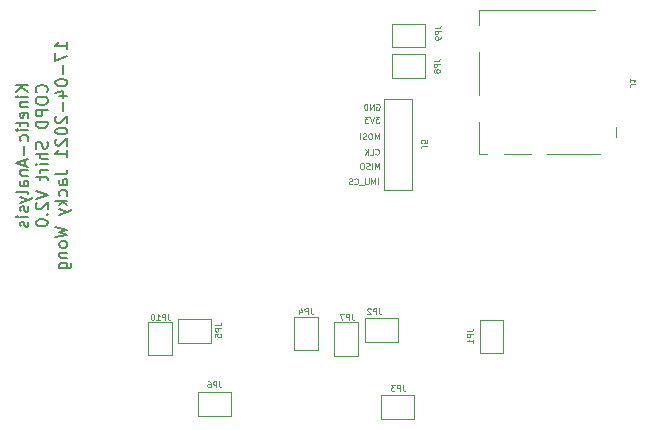
<source format=gbr>
G04 #@! TF.GenerationSoftware,KiCad,Pcbnew,(5.1.5)-2*
G04 #@! TF.CreationDate,2021-04-18T14:05:11+02:00*
G04 #@! TF.ProjectId,Versie2,56657273-6965-4322-9e6b-696361645f70,rev?*
G04 #@! TF.SameCoordinates,Original*
G04 #@! TF.FileFunction,Legend,Bot*
G04 #@! TF.FilePolarity,Positive*
%FSLAX46Y46*%
G04 Gerber Fmt 4.6, Leading zero omitted, Abs format (unit mm)*
G04 Created by KiCad (PCBNEW (5.1.5)-2) date 2021-04-18 14:05:11*
%MOMM*%
%LPD*%
G04 APERTURE LIST*
%ADD10C,0.150000*%
%ADD11C,0.100000*%
%ADD12C,0.120000*%
G04 APERTURE END LIST*
D10*
X61702380Y-65923809D02*
X60702380Y-65923809D01*
X61702380Y-66495238D02*
X61130952Y-66066666D01*
X60702380Y-66495238D02*
X61273809Y-65923809D01*
X61702380Y-66923809D02*
X61035714Y-66923809D01*
X60702380Y-66923809D02*
X60750000Y-66876190D01*
X60797619Y-66923809D01*
X60750000Y-66971428D01*
X60702380Y-66923809D01*
X60797619Y-66923809D01*
X61035714Y-67400000D02*
X61702380Y-67400000D01*
X61130952Y-67400000D02*
X61083333Y-67447619D01*
X61035714Y-67542857D01*
X61035714Y-67685714D01*
X61083333Y-67780952D01*
X61178571Y-67828571D01*
X61702380Y-67828571D01*
X61654761Y-68685714D02*
X61702380Y-68590476D01*
X61702380Y-68400000D01*
X61654761Y-68304761D01*
X61559523Y-68257142D01*
X61178571Y-68257142D01*
X61083333Y-68304761D01*
X61035714Y-68400000D01*
X61035714Y-68590476D01*
X61083333Y-68685714D01*
X61178571Y-68733333D01*
X61273809Y-68733333D01*
X61369047Y-68257142D01*
X61035714Y-69019047D02*
X61035714Y-69400000D01*
X60702380Y-69161904D02*
X61559523Y-69161904D01*
X61654761Y-69209523D01*
X61702380Y-69304761D01*
X61702380Y-69400000D01*
X61702380Y-69733333D02*
X61035714Y-69733333D01*
X60702380Y-69733333D02*
X60750000Y-69685714D01*
X60797619Y-69733333D01*
X60750000Y-69780952D01*
X60702380Y-69733333D01*
X60797619Y-69733333D01*
X61654761Y-70638095D02*
X61702380Y-70542857D01*
X61702380Y-70352380D01*
X61654761Y-70257142D01*
X61607142Y-70209523D01*
X61511904Y-70161904D01*
X61226190Y-70161904D01*
X61130952Y-70209523D01*
X61083333Y-70257142D01*
X61035714Y-70352380D01*
X61035714Y-70542857D01*
X61083333Y-70638095D01*
X61321428Y-71066666D02*
X61321428Y-71828571D01*
X61416666Y-72257142D02*
X61416666Y-72733333D01*
X61702380Y-72161904D02*
X60702380Y-72495238D01*
X61702380Y-72828571D01*
X61035714Y-73161904D02*
X61702380Y-73161904D01*
X61130952Y-73161904D02*
X61083333Y-73209523D01*
X61035714Y-73304761D01*
X61035714Y-73447619D01*
X61083333Y-73542857D01*
X61178571Y-73590476D01*
X61702380Y-73590476D01*
X61702380Y-74495238D02*
X61178571Y-74495238D01*
X61083333Y-74447619D01*
X61035714Y-74352380D01*
X61035714Y-74161904D01*
X61083333Y-74066666D01*
X61654761Y-74495238D02*
X61702380Y-74400000D01*
X61702380Y-74161904D01*
X61654761Y-74066666D01*
X61559523Y-74019047D01*
X61464285Y-74019047D01*
X61369047Y-74066666D01*
X61321428Y-74161904D01*
X61321428Y-74400000D01*
X61273809Y-74495238D01*
X61702380Y-75114285D02*
X61654761Y-75019047D01*
X61559523Y-74971428D01*
X60702380Y-74971428D01*
X61035714Y-75400000D02*
X61702380Y-75638095D01*
X61035714Y-75876190D02*
X61702380Y-75638095D01*
X61940476Y-75542857D01*
X61988095Y-75495238D01*
X62035714Y-75400000D01*
X61654761Y-76209523D02*
X61702380Y-76304761D01*
X61702380Y-76495238D01*
X61654761Y-76590476D01*
X61559523Y-76638095D01*
X61511904Y-76638095D01*
X61416666Y-76590476D01*
X61369047Y-76495238D01*
X61369047Y-76352380D01*
X61321428Y-76257142D01*
X61226190Y-76209523D01*
X61178571Y-76209523D01*
X61083333Y-76257142D01*
X61035714Y-76352380D01*
X61035714Y-76495238D01*
X61083333Y-76590476D01*
X61702380Y-77066666D02*
X61035714Y-77066666D01*
X60702380Y-77066666D02*
X60750000Y-77019047D01*
X60797619Y-77066666D01*
X60750000Y-77114285D01*
X60702380Y-77066666D01*
X60797619Y-77066666D01*
X61654761Y-77495238D02*
X61702380Y-77590476D01*
X61702380Y-77780952D01*
X61654761Y-77876190D01*
X61559523Y-77923809D01*
X61511904Y-77923809D01*
X61416666Y-77876190D01*
X61369047Y-77780952D01*
X61369047Y-77638095D01*
X61321428Y-77542857D01*
X61226190Y-77495238D01*
X61178571Y-77495238D01*
X61083333Y-77542857D01*
X61035714Y-77638095D01*
X61035714Y-77780952D01*
X61083333Y-77876190D01*
X63257142Y-66542857D02*
X63304761Y-66495238D01*
X63352380Y-66352380D01*
X63352380Y-66257142D01*
X63304761Y-66114285D01*
X63209523Y-66019047D01*
X63114285Y-65971428D01*
X62923809Y-65923809D01*
X62780952Y-65923809D01*
X62590476Y-65971428D01*
X62495238Y-66019047D01*
X62400000Y-66114285D01*
X62352380Y-66257142D01*
X62352380Y-66352380D01*
X62400000Y-66495238D01*
X62447619Y-66542857D01*
X62352380Y-67161904D02*
X62352380Y-67352380D01*
X62400000Y-67447619D01*
X62495238Y-67542857D01*
X62685714Y-67590476D01*
X63019047Y-67590476D01*
X63209523Y-67542857D01*
X63304761Y-67447619D01*
X63352380Y-67352380D01*
X63352380Y-67161904D01*
X63304761Y-67066666D01*
X63209523Y-66971428D01*
X63019047Y-66923809D01*
X62685714Y-66923809D01*
X62495238Y-66971428D01*
X62400000Y-67066666D01*
X62352380Y-67161904D01*
X63352380Y-68019047D02*
X62352380Y-68019047D01*
X62352380Y-68400000D01*
X62400000Y-68495238D01*
X62447619Y-68542857D01*
X62542857Y-68590476D01*
X62685714Y-68590476D01*
X62780952Y-68542857D01*
X62828571Y-68495238D01*
X62876190Y-68400000D01*
X62876190Y-68019047D01*
X63352380Y-69019047D02*
X62352380Y-69019047D01*
X62352380Y-69257142D01*
X62400000Y-69400000D01*
X62495238Y-69495238D01*
X62590476Y-69542857D01*
X62780952Y-69590476D01*
X62923809Y-69590476D01*
X63114285Y-69542857D01*
X63209523Y-69495238D01*
X63304761Y-69400000D01*
X63352380Y-69257142D01*
X63352380Y-69019047D01*
X63304761Y-70733333D02*
X63352380Y-70876190D01*
X63352380Y-71114285D01*
X63304761Y-71209523D01*
X63257142Y-71257142D01*
X63161904Y-71304761D01*
X63066666Y-71304761D01*
X62971428Y-71257142D01*
X62923809Y-71209523D01*
X62876190Y-71114285D01*
X62828571Y-70923809D01*
X62780952Y-70828571D01*
X62733333Y-70780952D01*
X62638095Y-70733333D01*
X62542857Y-70733333D01*
X62447619Y-70780952D01*
X62400000Y-70828571D01*
X62352380Y-70923809D01*
X62352380Y-71161904D01*
X62400000Y-71304761D01*
X63352380Y-71733333D02*
X62352380Y-71733333D01*
X63352380Y-72161904D02*
X62828571Y-72161904D01*
X62733333Y-72114285D01*
X62685714Y-72019047D01*
X62685714Y-71876190D01*
X62733333Y-71780952D01*
X62780952Y-71733333D01*
X63352380Y-72638095D02*
X62685714Y-72638095D01*
X62352380Y-72638095D02*
X62400000Y-72590476D01*
X62447619Y-72638095D01*
X62400000Y-72685714D01*
X62352380Y-72638095D01*
X62447619Y-72638095D01*
X63352380Y-73114285D02*
X62685714Y-73114285D01*
X62876190Y-73114285D02*
X62780952Y-73161904D01*
X62733333Y-73209523D01*
X62685714Y-73304761D01*
X62685714Y-73400000D01*
X62685714Y-73590476D02*
X62685714Y-73971428D01*
X62352380Y-73733333D02*
X63209523Y-73733333D01*
X63304761Y-73780952D01*
X63352380Y-73876190D01*
X63352380Y-73971428D01*
X62352380Y-74923809D02*
X63352380Y-75257142D01*
X62352380Y-75590476D01*
X62447619Y-75876190D02*
X62400000Y-75923809D01*
X62352380Y-76019047D01*
X62352380Y-76257142D01*
X62400000Y-76352380D01*
X62447619Y-76400000D01*
X62542857Y-76447619D01*
X62638095Y-76447619D01*
X62780952Y-76400000D01*
X63352380Y-75828571D01*
X63352380Y-76447619D01*
X63257142Y-76876190D02*
X63304761Y-76923809D01*
X63352380Y-76876190D01*
X63304761Y-76828571D01*
X63257142Y-76876190D01*
X63352380Y-76876190D01*
X62352380Y-77542857D02*
X62352380Y-77638095D01*
X62400000Y-77733333D01*
X62447619Y-77780952D01*
X62542857Y-77828571D01*
X62733333Y-77876190D01*
X62971428Y-77876190D01*
X63161904Y-77828571D01*
X63257142Y-77780952D01*
X63304761Y-77733333D01*
X63352380Y-77638095D01*
X63352380Y-77542857D01*
X63304761Y-77447619D01*
X63257142Y-77400000D01*
X63161904Y-77352380D01*
X62971428Y-77304761D01*
X62733333Y-77304761D01*
X62542857Y-77352380D01*
X62447619Y-77400000D01*
X62400000Y-77447619D01*
X62352380Y-77542857D01*
X65002380Y-62876190D02*
X65002380Y-62304761D01*
X65002380Y-62590476D02*
X64002380Y-62590476D01*
X64145238Y-62495238D01*
X64240476Y-62400000D01*
X64288095Y-62304761D01*
X64002380Y-63209523D02*
X64002380Y-63876190D01*
X65002380Y-63447619D01*
X64621428Y-64257142D02*
X64621428Y-65019047D01*
X64002380Y-65685714D02*
X64002380Y-65780952D01*
X64050000Y-65876190D01*
X64097619Y-65923809D01*
X64192857Y-65971428D01*
X64383333Y-66019047D01*
X64621428Y-66019047D01*
X64811904Y-65971428D01*
X64907142Y-65923809D01*
X64954761Y-65876190D01*
X65002380Y-65780952D01*
X65002380Y-65685714D01*
X64954761Y-65590476D01*
X64907142Y-65542857D01*
X64811904Y-65495238D01*
X64621428Y-65447619D01*
X64383333Y-65447619D01*
X64192857Y-65495238D01*
X64097619Y-65542857D01*
X64050000Y-65590476D01*
X64002380Y-65685714D01*
X64335714Y-66876190D02*
X65002380Y-66876190D01*
X63954761Y-66638095D02*
X64669047Y-66400000D01*
X64669047Y-67019047D01*
X64621428Y-67400000D02*
X64621428Y-68161904D01*
X64097619Y-68590476D02*
X64050000Y-68638095D01*
X64002380Y-68733333D01*
X64002380Y-68971428D01*
X64050000Y-69066666D01*
X64097619Y-69114285D01*
X64192857Y-69161904D01*
X64288095Y-69161904D01*
X64430952Y-69114285D01*
X65002380Y-68542857D01*
X65002380Y-69161904D01*
X64002380Y-69780952D02*
X64002380Y-69876190D01*
X64050000Y-69971428D01*
X64097619Y-70019047D01*
X64192857Y-70066666D01*
X64383333Y-70114285D01*
X64621428Y-70114285D01*
X64811904Y-70066666D01*
X64907142Y-70019047D01*
X64954761Y-69971428D01*
X65002380Y-69876190D01*
X65002380Y-69780952D01*
X64954761Y-69685714D01*
X64907142Y-69638095D01*
X64811904Y-69590476D01*
X64621428Y-69542857D01*
X64383333Y-69542857D01*
X64192857Y-69590476D01*
X64097619Y-69638095D01*
X64050000Y-69685714D01*
X64002380Y-69780952D01*
X64097619Y-70495238D02*
X64050000Y-70542857D01*
X64002380Y-70638095D01*
X64002380Y-70876190D01*
X64050000Y-70971428D01*
X64097619Y-71019047D01*
X64192857Y-71066666D01*
X64288095Y-71066666D01*
X64430952Y-71019047D01*
X65002380Y-70447619D01*
X65002380Y-71066666D01*
X65002380Y-72019047D02*
X65002380Y-71447619D01*
X65002380Y-71733333D02*
X64002380Y-71733333D01*
X64145238Y-71638095D01*
X64240476Y-71542857D01*
X64288095Y-71447619D01*
X64002380Y-73495238D02*
X64716666Y-73495238D01*
X64859523Y-73447619D01*
X64954761Y-73352380D01*
X65002380Y-73209523D01*
X65002380Y-73114285D01*
X65002380Y-74400000D02*
X64478571Y-74400000D01*
X64383333Y-74352380D01*
X64335714Y-74257142D01*
X64335714Y-74066666D01*
X64383333Y-73971428D01*
X64954761Y-74400000D02*
X65002380Y-74304761D01*
X65002380Y-74066666D01*
X64954761Y-73971428D01*
X64859523Y-73923809D01*
X64764285Y-73923809D01*
X64669047Y-73971428D01*
X64621428Y-74066666D01*
X64621428Y-74304761D01*
X64573809Y-74400000D01*
X64954761Y-75304761D02*
X65002380Y-75209523D01*
X65002380Y-75019047D01*
X64954761Y-74923809D01*
X64907142Y-74876190D01*
X64811904Y-74828571D01*
X64526190Y-74828571D01*
X64430952Y-74876190D01*
X64383333Y-74923809D01*
X64335714Y-75019047D01*
X64335714Y-75209523D01*
X64383333Y-75304761D01*
X65002380Y-75733333D02*
X64002380Y-75733333D01*
X64621428Y-75828571D02*
X65002380Y-76114285D01*
X64335714Y-76114285D02*
X64716666Y-75733333D01*
X64335714Y-76447619D02*
X65002380Y-76685714D01*
X64335714Y-76923809D02*
X65002380Y-76685714D01*
X65240476Y-76590476D01*
X65288095Y-76542857D01*
X65335714Y-76447619D01*
X64002380Y-77971428D02*
X65002380Y-78209523D01*
X64288095Y-78400000D01*
X65002380Y-78590476D01*
X64002380Y-78828571D01*
X65002380Y-79352380D02*
X64954761Y-79257142D01*
X64907142Y-79209523D01*
X64811904Y-79161904D01*
X64526190Y-79161904D01*
X64430952Y-79209523D01*
X64383333Y-79257142D01*
X64335714Y-79352380D01*
X64335714Y-79495238D01*
X64383333Y-79590476D01*
X64430952Y-79638095D01*
X64526190Y-79685714D01*
X64811904Y-79685714D01*
X64907142Y-79638095D01*
X64954761Y-79590476D01*
X65002380Y-79495238D01*
X65002380Y-79352380D01*
X64335714Y-80114285D02*
X65002380Y-80114285D01*
X64430952Y-80114285D02*
X64383333Y-80161904D01*
X64335714Y-80257142D01*
X64335714Y-80400000D01*
X64383333Y-80495238D01*
X64478571Y-80542857D01*
X65002380Y-80542857D01*
X64335714Y-81447619D02*
X65145238Y-81447619D01*
X65240476Y-81400000D01*
X65288095Y-81352380D01*
X65335714Y-81257142D01*
X65335714Y-81114285D01*
X65288095Y-81019047D01*
X64954761Y-81447619D02*
X65002380Y-81352380D01*
X65002380Y-81161904D01*
X64954761Y-81066666D01*
X64907142Y-81019047D01*
X64811904Y-80971428D01*
X64526190Y-80971428D01*
X64430952Y-81019047D01*
X64383333Y-81066666D01*
X64335714Y-81161904D01*
X64335714Y-81352380D01*
X64383333Y-81447619D01*
D11*
X91326190Y-74326190D02*
X91326190Y-73826190D01*
X91088095Y-74326190D02*
X91088095Y-73826190D01*
X90921428Y-74183333D01*
X90754761Y-73826190D01*
X90754761Y-74326190D01*
X90516666Y-73826190D02*
X90516666Y-74230952D01*
X90492857Y-74278571D01*
X90469047Y-74302380D01*
X90421428Y-74326190D01*
X90326190Y-74326190D01*
X90278571Y-74302380D01*
X90254761Y-74278571D01*
X90230952Y-74230952D01*
X90230952Y-73826190D01*
X90111904Y-74373809D02*
X89730952Y-74373809D01*
X89326190Y-74278571D02*
X89350000Y-74302380D01*
X89421428Y-74326190D01*
X89469047Y-74326190D01*
X89540476Y-74302380D01*
X89588095Y-74254761D01*
X89611904Y-74207142D01*
X89635714Y-74111904D01*
X89635714Y-74040476D01*
X89611904Y-73945238D01*
X89588095Y-73897619D01*
X89540476Y-73850000D01*
X89469047Y-73826190D01*
X89421428Y-73826190D01*
X89350000Y-73850000D01*
X89326190Y-73873809D01*
X89135714Y-74302380D02*
X89064285Y-74326190D01*
X88945238Y-74326190D01*
X88897619Y-74302380D01*
X88873809Y-74278571D01*
X88850000Y-74230952D01*
X88850000Y-74183333D01*
X88873809Y-74135714D01*
X88897619Y-74111904D01*
X88945238Y-74088095D01*
X89040476Y-74064285D01*
X89088095Y-74040476D01*
X89111904Y-74016666D01*
X89135714Y-73969047D01*
X89135714Y-73921428D01*
X89111904Y-73873809D01*
X89088095Y-73850000D01*
X89040476Y-73826190D01*
X88921428Y-73826190D01*
X88850000Y-73850000D01*
X91385714Y-73026190D02*
X91385714Y-72526190D01*
X91219047Y-72883333D01*
X91052380Y-72526190D01*
X91052380Y-73026190D01*
X90814285Y-73026190D02*
X90814285Y-72526190D01*
X90600000Y-73002380D02*
X90528571Y-73026190D01*
X90409523Y-73026190D01*
X90361904Y-73002380D01*
X90338095Y-72978571D01*
X90314285Y-72930952D01*
X90314285Y-72883333D01*
X90338095Y-72835714D01*
X90361904Y-72811904D01*
X90409523Y-72788095D01*
X90504761Y-72764285D01*
X90552380Y-72740476D01*
X90576190Y-72716666D01*
X90600000Y-72669047D01*
X90600000Y-72621428D01*
X90576190Y-72573809D01*
X90552380Y-72550000D01*
X90504761Y-72526190D01*
X90385714Y-72526190D01*
X90314285Y-72550000D01*
X90004761Y-72526190D02*
X89909523Y-72526190D01*
X89861904Y-72550000D01*
X89814285Y-72597619D01*
X89790476Y-72692857D01*
X89790476Y-72859523D01*
X89814285Y-72954761D01*
X89861904Y-73002380D01*
X89909523Y-73026190D01*
X90004761Y-73026190D01*
X90052380Y-73002380D01*
X90100000Y-72954761D01*
X90123809Y-72859523D01*
X90123809Y-72692857D01*
X90100000Y-72597619D01*
X90052380Y-72550000D01*
X90004761Y-72526190D01*
X91097619Y-71778571D02*
X91121428Y-71802380D01*
X91192857Y-71826190D01*
X91240476Y-71826190D01*
X91311904Y-71802380D01*
X91359523Y-71754761D01*
X91383333Y-71707142D01*
X91407142Y-71611904D01*
X91407142Y-71540476D01*
X91383333Y-71445238D01*
X91359523Y-71397619D01*
X91311904Y-71350000D01*
X91240476Y-71326190D01*
X91192857Y-71326190D01*
X91121428Y-71350000D01*
X91097619Y-71373809D01*
X90645238Y-71826190D02*
X90883333Y-71826190D01*
X90883333Y-71326190D01*
X90478571Y-71826190D02*
X90478571Y-71326190D01*
X90192857Y-71826190D02*
X90407142Y-71540476D01*
X90192857Y-71326190D02*
X90478571Y-71611904D01*
X91385714Y-70526190D02*
X91385714Y-70026190D01*
X91219047Y-70383333D01*
X91052380Y-70026190D01*
X91052380Y-70526190D01*
X90719047Y-70026190D02*
X90623809Y-70026190D01*
X90576190Y-70050000D01*
X90528571Y-70097619D01*
X90504761Y-70192857D01*
X90504761Y-70359523D01*
X90528571Y-70454761D01*
X90576190Y-70502380D01*
X90623809Y-70526190D01*
X90719047Y-70526190D01*
X90766666Y-70502380D01*
X90814285Y-70454761D01*
X90838095Y-70359523D01*
X90838095Y-70192857D01*
X90814285Y-70097619D01*
X90766666Y-70050000D01*
X90719047Y-70026190D01*
X90314285Y-70502380D02*
X90242857Y-70526190D01*
X90123809Y-70526190D01*
X90076190Y-70502380D01*
X90052380Y-70478571D01*
X90028571Y-70430952D01*
X90028571Y-70383333D01*
X90052380Y-70335714D01*
X90076190Y-70311904D01*
X90123809Y-70288095D01*
X90219047Y-70264285D01*
X90266666Y-70240476D01*
X90290476Y-70216666D01*
X90314285Y-70169047D01*
X90314285Y-70121428D01*
X90290476Y-70073809D01*
X90266666Y-70050000D01*
X90219047Y-70026190D01*
X90100000Y-70026190D01*
X90028571Y-70050000D01*
X89814285Y-70526190D02*
X89814285Y-70026190D01*
X91419047Y-68626190D02*
X91109523Y-68626190D01*
X91276190Y-68816666D01*
X91204761Y-68816666D01*
X91157142Y-68840476D01*
X91133333Y-68864285D01*
X91109523Y-68911904D01*
X91109523Y-69030952D01*
X91133333Y-69078571D01*
X91157142Y-69102380D01*
X91204761Y-69126190D01*
X91347619Y-69126190D01*
X91395238Y-69102380D01*
X91419047Y-69078571D01*
X90966666Y-68626190D02*
X90800000Y-69126190D01*
X90633333Y-68626190D01*
X90514285Y-68626190D02*
X90204761Y-68626190D01*
X90371428Y-68816666D01*
X90300000Y-68816666D01*
X90252380Y-68840476D01*
X90228571Y-68864285D01*
X90204761Y-68911904D01*
X90204761Y-69030952D01*
X90228571Y-69078571D01*
X90252380Y-69102380D01*
X90300000Y-69126190D01*
X90442857Y-69126190D01*
X90490476Y-69102380D01*
X90514285Y-69078571D01*
X91180952Y-67550000D02*
X91228571Y-67526190D01*
X91300000Y-67526190D01*
X91371428Y-67550000D01*
X91419047Y-67597619D01*
X91442857Y-67645238D01*
X91466666Y-67740476D01*
X91466666Y-67811904D01*
X91442857Y-67907142D01*
X91419047Y-67954761D01*
X91371428Y-68002380D01*
X91300000Y-68026190D01*
X91252380Y-68026190D01*
X91180952Y-68002380D01*
X91157142Y-67978571D01*
X91157142Y-67811904D01*
X91252380Y-67811904D01*
X90942857Y-68026190D02*
X90942857Y-67526190D01*
X90657142Y-68026190D01*
X90657142Y-67526190D01*
X90419047Y-68026190D02*
X90419047Y-67526190D01*
X90300000Y-67526190D01*
X90228571Y-67550000D01*
X90180952Y-67597619D01*
X90157142Y-67645238D01*
X90133333Y-67740476D01*
X90133333Y-67811904D01*
X90157142Y-67907142D01*
X90180952Y-67954761D01*
X90228571Y-68002380D01*
X90300000Y-68026190D01*
X90419047Y-68026190D01*
D12*
X110114000Y-71779800D02*
X105664000Y-71779800D01*
X104264000Y-71779800D02*
X101964000Y-71779800D01*
X100564000Y-71779800D02*
X99844000Y-71779800D01*
X99844000Y-71779800D02*
X99844000Y-69099800D01*
X99844000Y-66799800D02*
X99844000Y-63129800D01*
X99844000Y-60829800D02*
X99844000Y-59599800D01*
X99844000Y-59599800D02*
X109664000Y-59599800D01*
X111484000Y-70299800D02*
X111484000Y-69439800D01*
X92491100Y-65325500D02*
X95291100Y-65325500D01*
X95291100Y-65325500D02*
X95291100Y-63325500D01*
X95291100Y-63325500D02*
X92491100Y-63325500D01*
X92491100Y-63325500D02*
X92491100Y-65325500D01*
X92488800Y-62747400D02*
X95288800Y-62747400D01*
X95288800Y-62747400D02*
X95288800Y-60747400D01*
X95288800Y-60747400D02*
X92488800Y-60747400D01*
X92488800Y-60747400D02*
X92488800Y-62747400D01*
X91827500Y-74791400D02*
X94227500Y-74791400D01*
X94227500Y-74791400D02*
X94227500Y-67091400D01*
X94227500Y-67091400D02*
X91827500Y-67091400D01*
X91827500Y-67091400D02*
X91827500Y-74791400D01*
X99941100Y-85789400D02*
X99941100Y-88589400D01*
X99941100Y-88589400D02*
X101941100Y-88589400D01*
X101941100Y-88589400D02*
X101941100Y-85789400D01*
X101941100Y-85789400D02*
X99941100Y-85789400D01*
X93006600Y-85679100D02*
X90206600Y-85679100D01*
X90206600Y-85679100D02*
X90206600Y-87679100D01*
X90206600Y-87679100D02*
X93006600Y-87679100D01*
X93006600Y-87679100D02*
X93006600Y-85679100D01*
X94363200Y-94206900D02*
X94363200Y-92206900D01*
X91563200Y-94206900D02*
X94363200Y-94206900D01*
X91563200Y-92206900D02*
X91563200Y-94206900D01*
X94363200Y-92206900D02*
X91563200Y-92206900D01*
X86231200Y-85594300D02*
X84231200Y-85594300D01*
X86231200Y-88394300D02*
X86231200Y-85594300D01*
X84231200Y-88394300D02*
X86231200Y-88394300D01*
X84231200Y-85594300D02*
X84231200Y-88394300D01*
X77207800Y-85755300D02*
X74407800Y-85755300D01*
X74407800Y-85755300D02*
X74407800Y-87755300D01*
X74407800Y-87755300D02*
X77207800Y-87755300D01*
X77207800Y-87755300D02*
X77207800Y-85755300D01*
X78858800Y-91927500D02*
X76058800Y-91927500D01*
X76058800Y-91927500D02*
X76058800Y-93927500D01*
X76058800Y-93927500D02*
X78858800Y-93927500D01*
X78858800Y-93927500D02*
X78858800Y-91927500D01*
X87609400Y-88830700D02*
X89609400Y-88830700D01*
X87609400Y-86030700D02*
X87609400Y-88830700D01*
X89609400Y-86030700D02*
X87609400Y-86030700D01*
X89609400Y-88830700D02*
X89609400Y-86030700D01*
X71861400Y-88800700D02*
X73861400Y-88800700D01*
X71861400Y-86000700D02*
X71861400Y-88800700D01*
X73861400Y-86000700D02*
X71861400Y-86000700D01*
X73861400Y-88800700D02*
X73861400Y-86000700D01*
D11*
X113117809Y-65876466D02*
X112760666Y-65876466D01*
X112689238Y-65900276D01*
X112641619Y-65947895D01*
X112617809Y-66019323D01*
X112617809Y-66066942D01*
X112617809Y-65376466D02*
X112617809Y-65662180D01*
X112617809Y-65519323D02*
X113117809Y-65519323D01*
X113046380Y-65566942D01*
X112998761Y-65614561D01*
X112974952Y-65662180D01*
X96026190Y-63883333D02*
X96383333Y-63883333D01*
X96454761Y-63859523D01*
X96502380Y-63811904D01*
X96526190Y-63740476D01*
X96526190Y-63692857D01*
X96526190Y-64121428D02*
X96026190Y-64121428D01*
X96026190Y-64311904D01*
X96050000Y-64359523D01*
X96073809Y-64383333D01*
X96121428Y-64407142D01*
X96192857Y-64407142D01*
X96240476Y-64383333D01*
X96264285Y-64359523D01*
X96288095Y-64311904D01*
X96288095Y-64121428D01*
X96240476Y-64692857D02*
X96216666Y-64645238D01*
X96192857Y-64621428D01*
X96145238Y-64597619D01*
X96121428Y-64597619D01*
X96073809Y-64621428D01*
X96050000Y-64645238D01*
X96026190Y-64692857D01*
X96026190Y-64788095D01*
X96050000Y-64835714D01*
X96073809Y-64859523D01*
X96121428Y-64883333D01*
X96145238Y-64883333D01*
X96192857Y-64859523D01*
X96216666Y-64835714D01*
X96240476Y-64788095D01*
X96240476Y-64692857D01*
X96264285Y-64645238D01*
X96288095Y-64621428D01*
X96335714Y-64597619D01*
X96430952Y-64597619D01*
X96478571Y-64621428D01*
X96502380Y-64645238D01*
X96526190Y-64692857D01*
X96526190Y-64788095D01*
X96502380Y-64835714D01*
X96478571Y-64859523D01*
X96430952Y-64883333D01*
X96335714Y-64883333D01*
X96288095Y-64859523D01*
X96264285Y-64835714D01*
X96240476Y-64788095D01*
X96126190Y-61083333D02*
X96483333Y-61083333D01*
X96554761Y-61059523D01*
X96602380Y-61011904D01*
X96626190Y-60940476D01*
X96626190Y-60892857D01*
X96626190Y-61321428D02*
X96126190Y-61321428D01*
X96126190Y-61511904D01*
X96150000Y-61559523D01*
X96173809Y-61583333D01*
X96221428Y-61607142D01*
X96292857Y-61607142D01*
X96340476Y-61583333D01*
X96364285Y-61559523D01*
X96388095Y-61511904D01*
X96388095Y-61321428D01*
X96626190Y-61845238D02*
X96626190Y-61940476D01*
X96602380Y-61988095D01*
X96578571Y-62011904D01*
X96507142Y-62059523D01*
X96411904Y-62083333D01*
X96221428Y-62083333D01*
X96173809Y-62059523D01*
X96150000Y-62035714D01*
X96126190Y-61988095D01*
X96126190Y-61892857D01*
X96150000Y-61845238D01*
X96173809Y-61821428D01*
X96221428Y-61797619D01*
X96340476Y-61797619D01*
X96388095Y-61821428D01*
X96411904Y-61845238D01*
X96435714Y-61892857D01*
X96435714Y-61988095D01*
X96411904Y-62035714D01*
X96388095Y-62059523D01*
X96340476Y-62083333D01*
X95473809Y-71066666D02*
X95116666Y-71066666D01*
X95045238Y-71090476D01*
X94997619Y-71138095D01*
X94973809Y-71209523D01*
X94973809Y-71257142D01*
X95473809Y-70590476D02*
X95473809Y-70828571D01*
X95235714Y-70852380D01*
X95259523Y-70828571D01*
X95283333Y-70780952D01*
X95283333Y-70661904D01*
X95259523Y-70614285D01*
X95235714Y-70590476D01*
X95188095Y-70566666D01*
X95069047Y-70566666D01*
X95021428Y-70590476D01*
X94997619Y-70614285D01*
X94973809Y-70661904D01*
X94973809Y-70780952D01*
X94997619Y-70828571D01*
X95021428Y-70852380D01*
X98867290Y-86772733D02*
X99224433Y-86772733D01*
X99295861Y-86748923D01*
X99343480Y-86701304D01*
X99367290Y-86629876D01*
X99367290Y-86582257D01*
X99367290Y-87010828D02*
X98867290Y-87010828D01*
X98867290Y-87201304D01*
X98891100Y-87248923D01*
X98914909Y-87272733D01*
X98962528Y-87296542D01*
X99033957Y-87296542D01*
X99081576Y-87272733D01*
X99105385Y-87248923D01*
X99129195Y-87201304D01*
X99129195Y-87010828D01*
X99367290Y-87772733D02*
X99367290Y-87487019D01*
X99367290Y-87629876D02*
X98867290Y-87629876D01*
X98938719Y-87582257D01*
X98986338Y-87534638D01*
X99010147Y-87487019D01*
X91416666Y-84826190D02*
X91416666Y-85183333D01*
X91440476Y-85254761D01*
X91488095Y-85302380D01*
X91559523Y-85326190D01*
X91607142Y-85326190D01*
X91178571Y-85326190D02*
X91178571Y-84826190D01*
X90988095Y-84826190D01*
X90940476Y-84850000D01*
X90916666Y-84873809D01*
X90892857Y-84921428D01*
X90892857Y-84992857D01*
X90916666Y-85040476D01*
X90940476Y-85064285D01*
X90988095Y-85088095D01*
X91178571Y-85088095D01*
X90702380Y-84873809D02*
X90678571Y-84850000D01*
X90630952Y-84826190D01*
X90511904Y-84826190D01*
X90464285Y-84850000D01*
X90440476Y-84873809D01*
X90416666Y-84921428D01*
X90416666Y-84969047D01*
X90440476Y-85040476D01*
X90726190Y-85326190D01*
X90416666Y-85326190D01*
X93416666Y-91326190D02*
X93416666Y-91683333D01*
X93440476Y-91754761D01*
X93488095Y-91802380D01*
X93559523Y-91826190D01*
X93607142Y-91826190D01*
X93178571Y-91826190D02*
X93178571Y-91326190D01*
X92988095Y-91326190D01*
X92940476Y-91350000D01*
X92916666Y-91373809D01*
X92892857Y-91421428D01*
X92892857Y-91492857D01*
X92916666Y-91540476D01*
X92940476Y-91564285D01*
X92988095Y-91588095D01*
X93178571Y-91588095D01*
X92726190Y-91326190D02*
X92416666Y-91326190D01*
X92583333Y-91516666D01*
X92511904Y-91516666D01*
X92464285Y-91540476D01*
X92440476Y-91564285D01*
X92416666Y-91611904D01*
X92416666Y-91730952D01*
X92440476Y-91778571D01*
X92464285Y-91802380D01*
X92511904Y-91826190D01*
X92654761Y-91826190D01*
X92702380Y-91802380D01*
X92726190Y-91778571D01*
X85616666Y-84826190D02*
X85616666Y-85183333D01*
X85640476Y-85254761D01*
X85688095Y-85302380D01*
X85759523Y-85326190D01*
X85807142Y-85326190D01*
X85378571Y-85326190D02*
X85378571Y-84826190D01*
X85188095Y-84826190D01*
X85140476Y-84850000D01*
X85116666Y-84873809D01*
X85092857Y-84921428D01*
X85092857Y-84992857D01*
X85116666Y-85040476D01*
X85140476Y-85064285D01*
X85188095Y-85088095D01*
X85378571Y-85088095D01*
X84664285Y-84992857D02*
X84664285Y-85326190D01*
X84783333Y-84802380D02*
X84902380Y-85159523D01*
X84592857Y-85159523D01*
X77526190Y-86283333D02*
X77883333Y-86283333D01*
X77954761Y-86259523D01*
X78002380Y-86211904D01*
X78026190Y-86140476D01*
X78026190Y-86092857D01*
X78026190Y-86521428D02*
X77526190Y-86521428D01*
X77526190Y-86711904D01*
X77550000Y-86759523D01*
X77573809Y-86783333D01*
X77621428Y-86807142D01*
X77692857Y-86807142D01*
X77740476Y-86783333D01*
X77764285Y-86759523D01*
X77788095Y-86711904D01*
X77788095Y-86521428D01*
X77526190Y-87259523D02*
X77526190Y-87021428D01*
X77764285Y-86997619D01*
X77740476Y-87021428D01*
X77716666Y-87069047D01*
X77716666Y-87188095D01*
X77740476Y-87235714D01*
X77764285Y-87259523D01*
X77811904Y-87283333D01*
X77930952Y-87283333D01*
X77978571Y-87259523D01*
X78002380Y-87235714D01*
X78026190Y-87188095D01*
X78026190Y-87069047D01*
X78002380Y-87021428D01*
X77978571Y-86997619D01*
X77875466Y-91026190D02*
X77875466Y-91383333D01*
X77899276Y-91454761D01*
X77946895Y-91502380D01*
X78018323Y-91526190D01*
X78065942Y-91526190D01*
X77637371Y-91526190D02*
X77637371Y-91026190D01*
X77446895Y-91026190D01*
X77399276Y-91050000D01*
X77375466Y-91073809D01*
X77351657Y-91121428D01*
X77351657Y-91192857D01*
X77375466Y-91240476D01*
X77399276Y-91264285D01*
X77446895Y-91288095D01*
X77637371Y-91288095D01*
X76923085Y-91026190D02*
X77018323Y-91026190D01*
X77065942Y-91050000D01*
X77089752Y-91073809D01*
X77137371Y-91145238D01*
X77161180Y-91240476D01*
X77161180Y-91430952D01*
X77137371Y-91478571D01*
X77113561Y-91502380D01*
X77065942Y-91526190D01*
X76970704Y-91526190D01*
X76923085Y-91502380D01*
X76899276Y-91478571D01*
X76875466Y-91430952D01*
X76875466Y-91311904D01*
X76899276Y-91264285D01*
X76923085Y-91240476D01*
X76970704Y-91216666D01*
X77065942Y-91216666D01*
X77113561Y-91240476D01*
X77137371Y-91264285D01*
X77161180Y-91311904D01*
X89116666Y-85326190D02*
X89116666Y-85683333D01*
X89140476Y-85754761D01*
X89188095Y-85802380D01*
X89259523Y-85826190D01*
X89307142Y-85826190D01*
X88878571Y-85826190D02*
X88878571Y-85326190D01*
X88688095Y-85326190D01*
X88640476Y-85350000D01*
X88616666Y-85373809D01*
X88592857Y-85421428D01*
X88592857Y-85492857D01*
X88616666Y-85540476D01*
X88640476Y-85564285D01*
X88688095Y-85588095D01*
X88878571Y-85588095D01*
X88426190Y-85326190D02*
X88092857Y-85326190D01*
X88307142Y-85826190D01*
X73554761Y-85326190D02*
X73554761Y-85683333D01*
X73578571Y-85754761D01*
X73626190Y-85802380D01*
X73697619Y-85826190D01*
X73745238Y-85826190D01*
X73316666Y-85826190D02*
X73316666Y-85326190D01*
X73126190Y-85326190D01*
X73078571Y-85350000D01*
X73054761Y-85373809D01*
X73030952Y-85421428D01*
X73030952Y-85492857D01*
X73054761Y-85540476D01*
X73078571Y-85564285D01*
X73126190Y-85588095D01*
X73316666Y-85588095D01*
X72554761Y-85826190D02*
X72840476Y-85826190D01*
X72697619Y-85826190D02*
X72697619Y-85326190D01*
X72745238Y-85397619D01*
X72792857Y-85445238D01*
X72840476Y-85469047D01*
X72245238Y-85326190D02*
X72197619Y-85326190D01*
X72150000Y-85350000D01*
X72126190Y-85373809D01*
X72102380Y-85421428D01*
X72078571Y-85516666D01*
X72078571Y-85635714D01*
X72102380Y-85730952D01*
X72126190Y-85778571D01*
X72150000Y-85802380D01*
X72197619Y-85826190D01*
X72245238Y-85826190D01*
X72292857Y-85802380D01*
X72316666Y-85778571D01*
X72340476Y-85730952D01*
X72364285Y-85635714D01*
X72364285Y-85516666D01*
X72340476Y-85421428D01*
X72316666Y-85373809D01*
X72292857Y-85350000D01*
X72245238Y-85326190D01*
M02*

</source>
